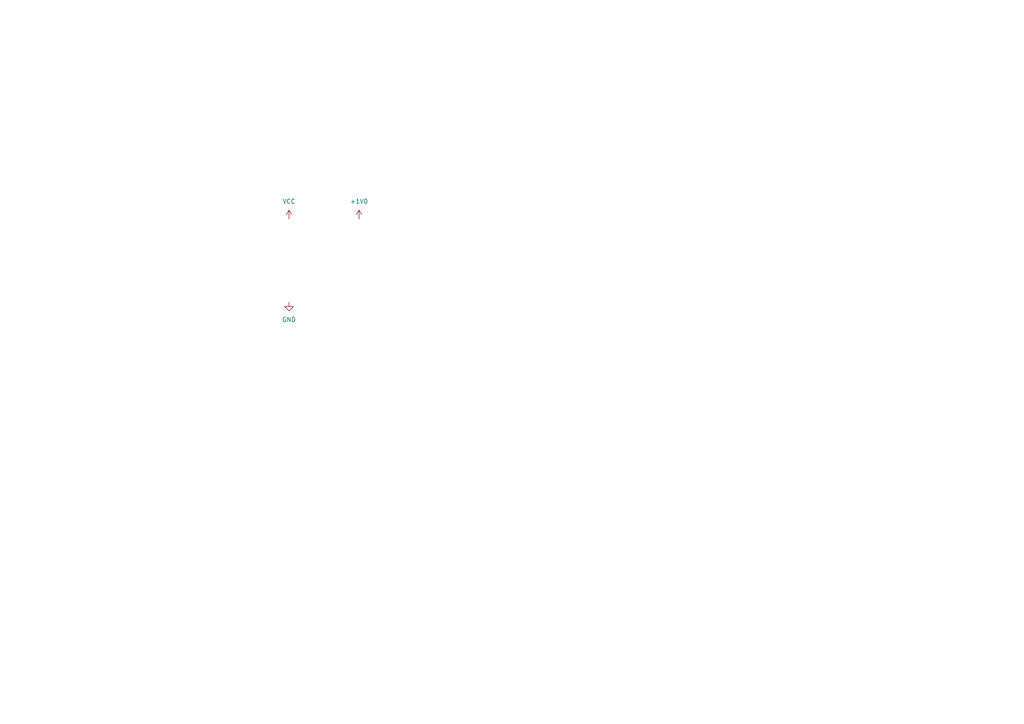
<source format=kicad_sch>
(kicad_sch (version 20211123) (generator eeschema)
  (paper "A4")
  (lib_symbols
    (symbol "power:+1V0" (power) (pin_names (offset 0))
      (property "Value" "+1V0" (at 0 3.556 0))
      (symbol "+1V0_0_1"
        (polyline (pts (xy -0.762 1.27) (xy 0 2.54)))
        (polyline (pts (xy 0 0) (xy 0 2.54)))
        (polyline (pts (xy 0 2.54) (xy 0.762 1.27)))
      )
      (symbol "+1V0_1_1"
        (pin power_in line (at 0 0 90) (length 0) hide (name "+1V0") (number "1"))
      )
    )
    (symbol "power:GND" (power) (pin_names (offset 0))
      (property "Value" "GND" (at 0 -3.81 0))
      (symbol "GND_0_1"
        (polyline (pts (xy 0 0) (xy 0 -1.27) (xy 1.27 -1.27) (xy 0 -2.54) (xy -1.27 -1.27) (xy 0 -1.27)))
      )
      (symbol "GND_1_1"
        (pin power_in line (at 0 0 270) (length 0) hide (name "GND") (number "1"))
      )
    )
    (symbol "power:VCC" (power) (pin_names (offset 0))
      (property "Value" "VCC" (at 0 3.81 0))
      (symbol "VCC_0_1"
        (polyline (pts (xy -0.762 1.27) (xy 0 2.54)))
        (polyline (pts (xy 0 0) (xy 0 2.54)))
        (polyline (pts (xy 0 2.54) (xy 0.762 1.27)))
      )
      (symbol "VCC_1_1"
        (pin power_in line (at 0 0 90) (length 0) hide (name "VCC") (number "1"))
      )
    )
  )
  (symbol (lib_id "power:VCC") (at 83.82 63.5 0) (unit 1)
    (property "Reference" "#PWR0102" (effects hide))
    (property "Value" "VCC" (at 83.82 58.42 0))
  )
  (symbol (lib_id "power:GND") (at 83.82 87.63 0) (unit 1)
    (property "Reference" "#PWR0103" (effects hide))
    (property "Value" "GND" (at 83.82 92.71 0))
  )
  (symbol (lib_id "power:+1V0") (at 104.14 63.5 0) (unit 1)
    (property "Reference" "#PWR0101" (effects hide))
    (property "Value" "+1V0" (at 104.14 58.42 0))
  )
)
</source>
